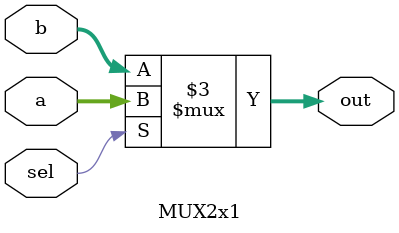
<source format=v>
`timescale 1ns / 1ps

module MUX2x1 #(parameter DATAWIDTH = 64) (a, b, sel, out);
   input [DATAWIDTH-1:0] a, b;
   input sel;
   output reg [DATAWIDTH-1:0] out;

   always @ (sel) begin
      if(sel) begin
         out <= a;
      end
   else begin
         out <= b;
      end
   end

endmodule // MUX

</source>
